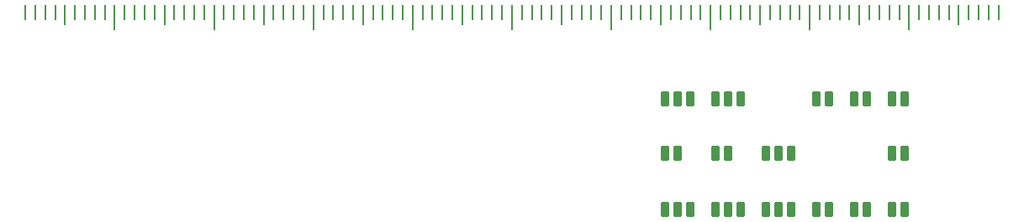
<source format=gtp>
%TF.GenerationSoftware,KiCad,Pcbnew,9.0.2*%
%TF.CreationDate,2025-10-23T19:15:02+09:00*%
%TF.ProjectId,simpleLogicCircuit,73696d70-6c65-44c6-9f67-696343697263,rev?*%
%TF.SameCoordinates,Original*%
%TF.FileFunction,Paste,Top*%
%TF.FilePolarity,Positive*%
%FSLAX46Y46*%
G04 Gerber Fmt 4.6, Leading zero omitted, Abs format (unit mm)*
G04 Created by KiCad (PCBNEW 9.0.2) date 2025-10-23 19:15:02*
%MOMM*%
%LPD*%
G01*
G04 APERTURE LIST*
G04 Aperture macros list*
%AMRoundRect*
0 Rectangle with rounded corners*
0 $1 Rounding radius*
0 $2 $3 $4 $5 $6 $7 $8 $9 X,Y pos of 4 corners*
0 Add a 4 corners polygon primitive as box body*
4,1,4,$2,$3,$4,$5,$6,$7,$8,$9,$2,$3,0*
0 Add four circle primitives for the rounded corners*
1,1,$1+$1,$2,$3*
1,1,$1+$1,$4,$5*
1,1,$1+$1,$6,$7*
1,1,$1+$1,$8,$9*
0 Add four rect primitives between the rounded corners*
20,1,$1+$1,$2,$3,$4,$5,0*
20,1,$1+$1,$4,$5,$6,$7,0*
20,1,$1+$1,$6,$7,$8,$9,0*
20,1,$1+$1,$8,$9,$2,$3,0*%
G04 Aperture macros list end*
%ADD10RoundRect,0.225000X-0.225000X-0.525000X0.225000X-0.525000X0.225000X0.525000X-0.225000X0.525000X0*%
%ADD11RoundRect,0.050000X-0.050000X-1.200000X0.050000X-1.200000X0.050000X1.200000X-0.050000X1.200000X0*%
%ADD12RoundRect,0.050000X-0.050000X-0.950000X0.050000X-0.950000X0.050000X0.950000X-0.050000X0.950000X0*%
%ADD13RoundRect,0.050000X-0.050000X-0.700000X0.050000X-0.700000X0.050000X0.700000X-0.050000X0.700000X0*%
G04 APERTURE END LIST*
D10*
%TO.C,AND*%
X105435000Y-44952500D03*
X106705000Y-44952500D03*
X110515000Y-44952500D03*
X111785000Y-44952500D03*
X115595000Y-44952500D03*
X116865000Y-44952500D03*
X118135000Y-44952500D03*
X128295000Y-44952500D03*
X129565000Y-44952500D03*
%TD*%
%TO.C,XOR*%
X105435000Y-50600000D03*
X106705000Y-50600000D03*
X107975000Y-50600000D03*
X110515000Y-50600000D03*
X111785000Y-50600000D03*
X113055000Y-50600000D03*
X115595000Y-50600000D03*
X116865000Y-50600000D03*
X118135000Y-50600000D03*
X120675000Y-50600000D03*
X121945000Y-50600000D03*
X124485000Y-50600000D03*
X125755000Y-50600000D03*
X128295000Y-50600000D03*
X129565000Y-50600000D03*
%TD*%
%TO.C,OR*%
X105435000Y-39400000D03*
X106705000Y-39400000D03*
X107975000Y-39400000D03*
X110515000Y-39400000D03*
X111785000Y-39400000D03*
X113055000Y-39400000D03*
X120675000Y-39400000D03*
X121945000Y-39400000D03*
X124485000Y-39400000D03*
X125755000Y-39400000D03*
X128295000Y-39400000D03*
X129565000Y-39400000D03*
%TD*%
D11*
%TO.C,REF\u002A\u002A*%
X50000000Y-31200000D03*
X60000000Y-31200000D03*
X70000000Y-31200000D03*
X80000000Y-31200000D03*
X90000000Y-31200000D03*
X100000000Y-31200000D03*
X110000000Y-31200000D03*
X120000000Y-31200000D03*
X130000000Y-31200000D03*
D12*
X45000000Y-30950000D03*
X55000000Y-30950000D03*
X65000000Y-30950000D03*
X75000000Y-30950000D03*
X85000000Y-30950000D03*
X95000000Y-30950000D03*
X105000000Y-30950000D03*
X115000000Y-30950000D03*
X125000000Y-30950000D03*
X135000000Y-30950000D03*
D13*
X44000000Y-30700000D03*
X54000000Y-30700000D03*
X64000000Y-30700000D03*
X74000000Y-30700000D03*
X84000000Y-30700000D03*
X94000000Y-30700000D03*
X104000000Y-30700000D03*
X114000000Y-30700000D03*
X124000000Y-30700000D03*
X134000000Y-30700000D03*
X43000000Y-30700000D03*
X53000000Y-30700000D03*
X63000000Y-30700000D03*
X73000000Y-30700000D03*
X83000000Y-30700000D03*
X93000000Y-30700000D03*
X103000000Y-30700000D03*
X113000000Y-30700000D03*
X123000000Y-30700000D03*
X133000000Y-30700000D03*
X42000000Y-30700000D03*
X52000000Y-30700000D03*
X62000000Y-30700000D03*
X72000000Y-30700000D03*
X82000000Y-30700000D03*
X92000000Y-30700000D03*
X102000000Y-30700000D03*
X112000000Y-30700000D03*
X122000000Y-30700000D03*
X132000000Y-30700000D03*
X41000000Y-30700000D03*
X51000000Y-30700000D03*
X61000000Y-30700000D03*
X71000000Y-30700000D03*
X81000000Y-30700000D03*
X91000000Y-30700000D03*
X101000000Y-30700000D03*
X111000000Y-30700000D03*
X121000000Y-30700000D03*
X131000000Y-30700000D03*
X46000000Y-30700000D03*
X56000000Y-30700000D03*
X66000000Y-30700000D03*
X76000000Y-30700000D03*
X86000000Y-30700000D03*
X96000000Y-30700000D03*
X106000000Y-30700000D03*
X116000000Y-30700000D03*
X126000000Y-30700000D03*
X136000000Y-30700000D03*
X47000000Y-30700000D03*
X57000000Y-30700000D03*
X67000000Y-30700000D03*
X77000000Y-30700000D03*
X87000000Y-30700000D03*
X97000000Y-30700000D03*
X107000000Y-30700000D03*
X117000000Y-30700000D03*
X127000000Y-30700000D03*
X137000000Y-30700000D03*
X48000000Y-30700000D03*
X58000000Y-30700000D03*
X68000000Y-30700000D03*
X78000000Y-30700000D03*
X88000000Y-30700000D03*
X98000000Y-30700000D03*
X108000000Y-30700000D03*
X118000000Y-30700000D03*
X128000000Y-30700000D03*
X138000000Y-30700000D03*
X49000000Y-30700000D03*
X59000000Y-30700000D03*
X69000000Y-30700000D03*
X79000000Y-30700000D03*
X89000000Y-30700000D03*
X99000000Y-30700000D03*
X109000000Y-30700000D03*
X119000000Y-30700000D03*
X129000000Y-30700000D03*
X139000000Y-30700000D03*
%TD*%
M02*

</source>
